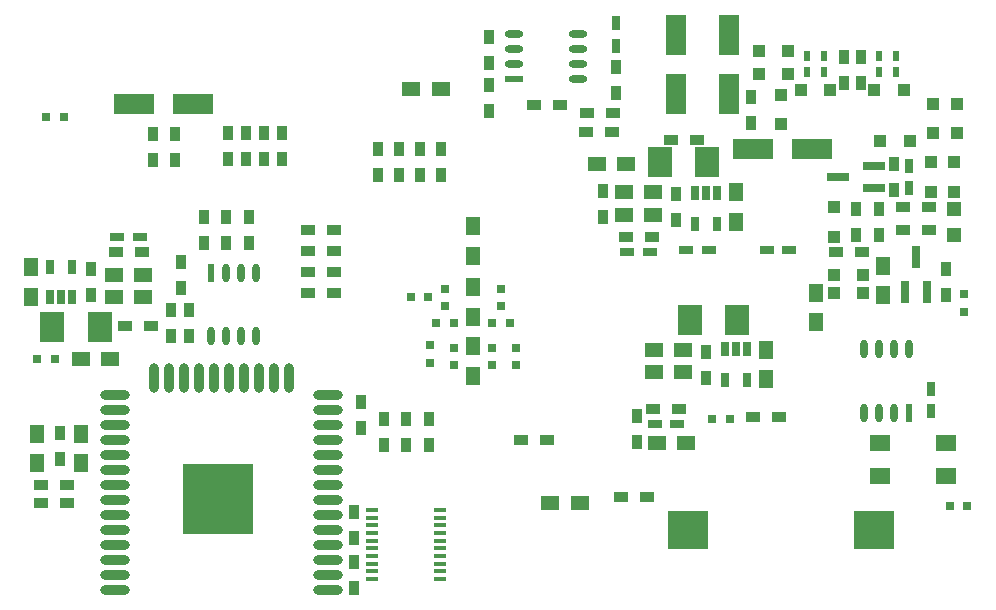
<source format=gbp>
G04 #@! TF.GenerationSoftware,KiCad,Pcbnew,5.0.0-rc2-dev-unknown+dfsg1+20180318-2*
G04 #@! TF.CreationDate,2018-04-18T14:44:27+02:00*
G04 #@! TF.ProjectId,ulx3s,756C7833732E6B696361645F70636200,rev?*
G04 #@! TF.SameCoordinates,Original*
G04 #@! TF.FileFunction,Paste,Bot*
G04 #@! TF.FilePolarity,Positive*
%FSLAX46Y46*%
G04 Gerber Fmt 4.6, Leading zero omitted, Abs format (unit mm)*
G04 Created by KiCad (PCBNEW 5.0.0-rc2-dev-unknown+dfsg1+20180318-2) date Wed Apr 18 14:44:27 2018*
%MOMM*%
%LPD*%
G01*
G04 APERTURE LIST*
%ADD10R,0.900000X1.200000*%
%ADD11R,1.800000X3.500000*%
%ADD12R,1.200000X0.900000*%
%ADD13R,2.000000X2.500000*%
%ADD14R,0.700000X1.200000*%
%ADD15R,1.250000X1.500000*%
%ADD16R,1.500000X1.250000*%
%ADD17R,0.800000X1.900000*%
%ADD18R,1.900000X0.800000*%
%ADD19R,1.200000X0.750000*%
%ADD20R,0.750000X1.200000*%
%ADD21R,1.000000X0.400000*%
%ADD22R,3.500000X1.800000*%
%ADD23R,3.500000X3.300000*%
%ADD24R,1.000000X1.000000*%
%ADD25R,0.600000X1.550000*%
%ADD26O,0.600000X1.550000*%
%ADD27R,1.550000X0.600000*%
%ADD28O,1.550000X0.600000*%
%ADD29O,2.500000X0.900000*%
%ADD30O,0.900000X2.500000*%
%ADD31R,6.000000X6.000000*%
%ADD32R,1.800000X1.400000*%
%ADD33R,1.200000X1.200000*%
%ADD34R,0.750000X0.800000*%
%ADD35R,0.800000X0.750000*%
%ADD36R,0.500000X0.900000*%
G04 APERTURE END LIST*
D10*
X169919000Y-68065000D03*
X169919000Y-65865000D03*
X103498000Y-99858000D03*
X103498000Y-97658000D03*
D11*
X155695000Y-69000000D03*
X155695000Y-64000000D03*
D12*
X157430000Y-72850000D03*
X155230000Y-72850000D03*
D13*
X160870000Y-88090000D03*
X156870000Y-88090000D03*
D14*
X159825000Y-90600000D03*
X160775000Y-90600000D03*
X161725000Y-90600000D03*
X161725000Y-93200000D03*
X159825000Y-93200000D03*
D13*
X102895000Y-88725000D03*
X106895000Y-88725000D03*
D14*
X104575000Y-86215000D03*
X103625000Y-86215000D03*
X102675000Y-86215000D03*
X102675000Y-83615000D03*
X104575000Y-83615000D03*
D13*
X158330000Y-74755000D03*
X154330000Y-74755000D03*
D14*
X157285000Y-77392000D03*
X158235000Y-77392000D03*
X159185000Y-77392000D03*
X159185000Y-79992000D03*
X157285000Y-79992000D03*
D15*
X101085000Y-83665000D03*
X101085000Y-86165000D03*
D16*
X153810000Y-90630000D03*
X156310000Y-90630000D03*
X153810000Y-92535000D03*
X156310000Y-92535000D03*
D15*
X163315000Y-93150000D03*
X163315000Y-90650000D03*
D16*
X151270000Y-79200000D03*
X153770000Y-79200000D03*
X151270000Y-77295000D03*
X153770000Y-77295000D03*
D15*
X160775000Y-79815000D03*
X160775000Y-77315000D03*
D16*
X110590000Y-84280000D03*
X108090000Y-84280000D03*
X110590000Y-86185000D03*
X108090000Y-86185000D03*
D15*
X173221000Y-86038000D03*
X173221000Y-83538000D03*
D17*
X176965000Y-85780000D03*
X175065000Y-85780000D03*
X176015000Y-82780000D03*
D18*
X172435000Y-75075000D03*
X172435000Y-76975000D03*
X169435000Y-76025000D03*
D19*
X153910000Y-96910000D03*
X155810000Y-96910000D03*
X151570000Y-82375000D03*
X153470000Y-82375000D03*
X110290000Y-81105000D03*
X108390000Y-81105000D03*
D20*
X175380000Y-75075000D03*
X175380000Y-76975000D03*
D12*
X169200000Y-82375000D03*
X171400000Y-82375000D03*
D10*
X172840000Y-80935000D03*
X172840000Y-78735000D03*
D12*
X177115000Y-80470000D03*
X174915000Y-80470000D03*
D10*
X174110000Y-74925000D03*
X174110000Y-77125000D03*
X178555000Y-83815000D03*
X178555000Y-86015000D03*
X113785000Y-83180000D03*
X113785000Y-85380000D03*
X170935000Y-80935000D03*
X170935000Y-78735000D03*
X128390000Y-108580000D03*
X128390000Y-110780000D03*
D12*
X153239000Y-103076000D03*
X151039000Y-103076000D03*
X177115000Y-78565000D03*
X174915000Y-78565000D03*
X153760000Y-95640000D03*
X155960000Y-95640000D03*
X110440000Y-82375000D03*
X108240000Y-82375000D03*
X151420000Y-81105000D03*
X153620000Y-81105000D03*
D10*
X158235000Y-90800000D03*
X158235000Y-93000000D03*
X106165000Y-86015000D03*
X106165000Y-83815000D03*
X155695000Y-77465000D03*
X155695000Y-79665000D03*
D12*
X126696000Y-85804000D03*
X124496000Y-85804000D03*
X126696000Y-84026000D03*
X124496000Y-84026000D03*
X126696000Y-82248000D03*
X124496000Y-82248000D03*
X126696000Y-80470000D03*
X124496000Y-80470000D03*
D10*
X130422000Y-75873000D03*
X130422000Y-73673000D03*
X132200000Y-75873000D03*
X132200000Y-73673000D03*
X133993000Y-75873000D03*
X133993000Y-73673000D03*
X135771000Y-75873000D03*
X135771000Y-73673000D03*
D20*
X150589600Y-64910000D03*
X150589600Y-63010000D03*
D10*
X162045000Y-71410000D03*
X162045000Y-69210000D03*
X139820000Y-66330000D03*
X139820000Y-64130000D03*
X139835000Y-68212000D03*
X139835000Y-70412000D03*
X150615000Y-68870000D03*
X150615000Y-66670000D03*
D12*
X150275000Y-72215000D03*
X148075000Y-72215000D03*
X150380000Y-70600000D03*
X148180000Y-70600000D03*
D21*
X135735000Y-104215000D03*
X135735000Y-104865000D03*
X135735000Y-105515000D03*
X135735000Y-106165000D03*
X135735000Y-106815000D03*
X135735000Y-107465000D03*
X135735000Y-108115000D03*
X135735000Y-108765000D03*
X135735000Y-109415000D03*
X135735000Y-110065000D03*
X129935000Y-110065000D03*
X129935000Y-109415000D03*
X129935000Y-108765000D03*
X129935000Y-108115000D03*
X129935000Y-107465000D03*
X129935000Y-106815000D03*
X129935000Y-106165000D03*
X129935000Y-105515000D03*
X129935000Y-104865000D03*
X129935000Y-104215000D03*
D10*
X119500000Y-79370000D03*
X119500000Y-81570000D03*
X114420000Y-89444000D03*
X114420000Y-87244000D03*
X129025000Y-97275000D03*
X129025000Y-95075000D03*
X117595000Y-79370000D03*
X117595000Y-81570000D03*
X112896000Y-89444000D03*
X112896000Y-87244000D03*
X115690000Y-79370000D03*
X115690000Y-81570000D03*
D12*
X144730000Y-98250000D03*
X142530000Y-98250000D03*
D10*
X132835000Y-98715000D03*
X132835000Y-96515000D03*
X130930000Y-98715000D03*
X130930000Y-96515000D03*
D12*
X101890000Y-103600000D03*
X104090000Y-103600000D03*
X104090000Y-102060000D03*
X101890000Y-102060000D03*
D15*
X167506000Y-88324000D03*
X167506000Y-85824000D03*
D12*
X164415000Y-96345000D03*
X162215000Y-96345000D03*
D15*
X138500000Y-90370000D03*
X138500000Y-92870000D03*
X138500000Y-82670000D03*
X138500000Y-80170000D03*
X138500000Y-85370000D03*
X138500000Y-87870000D03*
X101593000Y-97762000D03*
X101593000Y-100262000D03*
D10*
X113277000Y-74585000D03*
X113277000Y-72385000D03*
X111372000Y-74585000D03*
X111372000Y-72385000D03*
X171316000Y-68065000D03*
X171316000Y-65865000D03*
D15*
X105276000Y-100262000D03*
X105276000Y-97762000D03*
D22*
X109761000Y-69802000D03*
X114761000Y-69802000D03*
X167212000Y-73612000D03*
X162212000Y-73612000D03*
D11*
X160140000Y-64000000D03*
X160140000Y-69000000D03*
D16*
X154064000Y-98504000D03*
X156564000Y-98504000D03*
X107796000Y-91392000D03*
X105296000Y-91392000D03*
X151484000Y-74882000D03*
X148984000Y-74882000D03*
D10*
X134740000Y-96515000D03*
X134740000Y-98715000D03*
D23*
X172485000Y-105870000D03*
X156685000Y-105870000D03*
D24*
X168756000Y-68659000D03*
X166256000Y-68659000D03*
X172479000Y-68659000D03*
X174979000Y-68659000D03*
X169050000Y-84280000D03*
X171550000Y-84280000D03*
X169030000Y-81085000D03*
X169030000Y-78585000D03*
X171550000Y-85804000D03*
X169050000Y-85804000D03*
X179190000Y-77275000D03*
X179190000Y-74775000D03*
X177285000Y-74775000D03*
X177285000Y-77275000D03*
X172987000Y-72977000D03*
X175487000Y-72977000D03*
X164585000Y-69060000D03*
X164585000Y-71560000D03*
D10*
X128390000Y-106546000D03*
X128390000Y-104346000D03*
X117722000Y-74458000D03*
X117722000Y-72258000D03*
X119246000Y-74458000D03*
X119246000Y-72258000D03*
X120770000Y-74458000D03*
X120770000Y-72258000D03*
X122294000Y-74458000D03*
X122294000Y-72258000D03*
D12*
X145880000Y-69900000D03*
X143680000Y-69900000D03*
D25*
X175395000Y-96015000D03*
D26*
X174125000Y-96015000D03*
X172855000Y-96015000D03*
X171585000Y-96015000D03*
X171585000Y-90615000D03*
X172855000Y-90615000D03*
X174125000Y-90615000D03*
X175395000Y-90615000D03*
D27*
X141980000Y-67706500D03*
D28*
X141980000Y-66436500D03*
X141980000Y-65166500D03*
X141980000Y-63896500D03*
X147380000Y-63896500D03*
X147380000Y-65166500D03*
X147380000Y-66436500D03*
X147380000Y-67706500D03*
D25*
X116325000Y-84120000D03*
D26*
X117595000Y-84120000D03*
X118865000Y-84120000D03*
X120135000Y-84120000D03*
X120135000Y-89520000D03*
X118865000Y-89520000D03*
X117595000Y-89520000D03*
X116325000Y-89520000D03*
D29*
X126230000Y-111000000D03*
X126230000Y-109730000D03*
X126230000Y-108460000D03*
X126230000Y-107190000D03*
X126230000Y-105920000D03*
X126230000Y-104650000D03*
X126230000Y-103380000D03*
X126230000Y-102110000D03*
X126230000Y-100840000D03*
X126230000Y-99570000D03*
X126230000Y-98300000D03*
X126230000Y-97030000D03*
X126230000Y-95760000D03*
X126230000Y-94490000D03*
D30*
X122945000Y-93000000D03*
X121675000Y-93000000D03*
X120405000Y-93000000D03*
X119135000Y-93000000D03*
X117865000Y-93000000D03*
X116595000Y-93000000D03*
X115325000Y-93000000D03*
X114055000Y-93000000D03*
X112785000Y-93000000D03*
X111515000Y-93000000D03*
D29*
X108230000Y-94490000D03*
X108230000Y-95760000D03*
X108230000Y-97030000D03*
X108230000Y-98300000D03*
X108230000Y-99570000D03*
X108230000Y-100840000D03*
X108230000Y-102110000D03*
X108230000Y-103380000D03*
X108230000Y-104650000D03*
X108230000Y-105920000D03*
X108230000Y-107190000D03*
X108230000Y-108460000D03*
X108230000Y-109730000D03*
X108230000Y-111000000D03*
D31*
X116930000Y-103300000D03*
D32*
X178576000Y-98522000D03*
X172976000Y-98522000D03*
X172976000Y-101322000D03*
X178576000Y-101322000D03*
D33*
X179190000Y-78735000D03*
X179190000Y-80935000D03*
D34*
X140900000Y-86970000D03*
X140900000Y-85470000D03*
X136100000Y-86970000D03*
X136100000Y-85470000D03*
X136900000Y-91970000D03*
X136900000Y-90470000D03*
X140100000Y-91970000D03*
X140100000Y-90470000D03*
X142100000Y-91970000D03*
X142100000Y-90470000D03*
X134900000Y-91770000D03*
X134900000Y-90270000D03*
D35*
X136850000Y-88420000D03*
X135350000Y-88420000D03*
X140150000Y-88420000D03*
X141650000Y-88420000D03*
D19*
X163350000Y-82220000D03*
X165250000Y-82220000D03*
X158450000Y-82220000D03*
X156550000Y-82220000D03*
D20*
X177300000Y-93950000D03*
X177300000Y-95850000D03*
D36*
X166756000Y-67135000D03*
X168256000Y-67135000D03*
X174350000Y-67120000D03*
X172850000Y-67120000D03*
D24*
X162700000Y-67262000D03*
X165200000Y-67262000D03*
X165200000Y-65357000D03*
X162700000Y-65357000D03*
X177412000Y-72322000D03*
X177412000Y-69822000D03*
X179444000Y-69822000D03*
X179444000Y-72322000D03*
D36*
X166756000Y-65738000D03*
X168256000Y-65738000D03*
X172852000Y-65738000D03*
X174352000Y-65738000D03*
D10*
X152393000Y-96261000D03*
X152393000Y-98461000D03*
D12*
X109002000Y-88598000D03*
X111202000Y-88598000D03*
D10*
X149472000Y-77211000D03*
X149472000Y-79411000D03*
D16*
X145047000Y-103584000D03*
X147547000Y-103584000D03*
X133251000Y-68550000D03*
X135751000Y-68550000D03*
D35*
X103870000Y-70963000D03*
X102370000Y-70963000D03*
X103120000Y-91410000D03*
X101620000Y-91410000D03*
D34*
X180094000Y-85961000D03*
X180094000Y-87461000D03*
D35*
X178848000Y-103856000D03*
X180348000Y-103856000D03*
X158770000Y-96490000D03*
X160270000Y-96490000D03*
X133230000Y-86200000D03*
X134730000Y-86200000D03*
M02*

</source>
